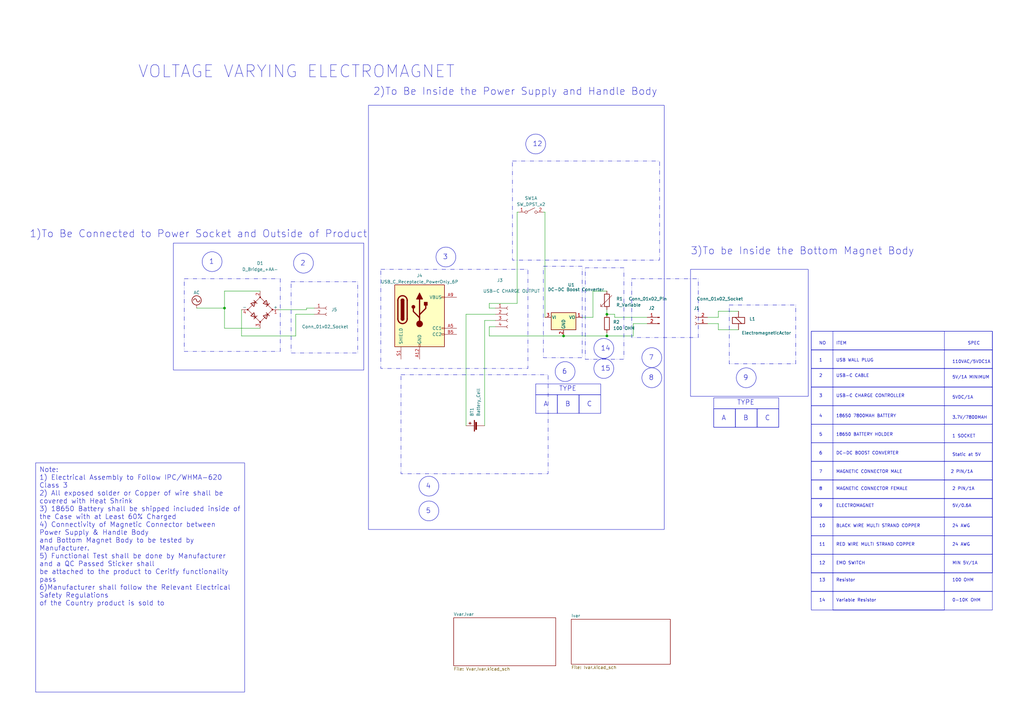
<source format=kicad_sch>
(kicad_sch (version 20230121) (generator eeschema)

  (uuid 9bffd72c-8c01-4b63-ab47-314f6b561d1c)

  (paper "A3")

  (title_block
    (title "ELECTROMAGNET")
    (date "2024-02-16")
    (rev "0")
  )

  (lib_symbols
    (symbol "Connector:Conn_01x02_Pin" (pin_names (offset 1.016) hide) (in_bom yes) (on_board yes)
      (property "Reference" "J" (at 0 2.54 0)
        (effects (font (size 1.27 1.27)))
      )
      (property "Value" "Conn_01x02_Pin" (at 0 -5.08 0)
        (effects (font (size 1.27 1.27)))
      )
      (property "Footprint" "" (at 0 0 0)
        (effects (font (size 1.27 1.27)) hide)
      )
      (property "Datasheet" "~" (at 0 0 0)
        (effects (font (size 1.27 1.27)) hide)
      )
      (property "ki_locked" "" (at 0 0 0)
        (effects (font (size 1.27 1.27)))
      )
      (property "ki_keywords" "connector" (at 0 0 0)
        (effects (font (size 1.27 1.27)) hide)
      )
      (property "ki_description" "Generic connector, single row, 01x02, script generated" (at 0 0 0)
        (effects (font (size 1.27 1.27)) hide)
      )
      (property "ki_fp_filters" "Connector*:*_1x??_*" (at 0 0 0)
        (effects (font (size 1.27 1.27)) hide)
      )
      (symbol "Conn_01x02_Pin_1_1"
        (polyline
          (pts
            (xy 1.27 -2.54)
            (xy 0.8636 -2.54)
          )
          (stroke (width 0.1524) (type default))
          (fill (type none))
        )
        (polyline
          (pts
            (xy 1.27 0)
            (xy 0.8636 0)
          )
          (stroke (width 0.1524) (type default))
          (fill (type none))
        )
        (rectangle (start 0.8636 -2.413) (end 0 -2.667)
          (stroke (width 0.1524) (type default))
          (fill (type outline))
        )
        (rectangle (start 0.8636 0.127) (end 0 -0.127)
          (stroke (width 0.1524) (type default))
          (fill (type outline))
        )
        (pin passive line (at 5.08 0 180) (length 3.81)
          (name "Pin_1" (effects (font (size 1.27 1.27))))
          (number "1" (effects (font (size 1.27 1.27))))
        )
        (pin passive line (at 5.08 -2.54 180) (length 3.81)
          (name "Pin_2" (effects (font (size 1.27 1.27))))
          (number "2" (effects (font (size 1.27 1.27))))
        )
      )
    )
    (symbol "Connector:Conn_01x02_Socket" (pin_names (offset 1.016) hide) (in_bom yes) (on_board yes)
      (property "Reference" "J" (at 0 2.54 0)
        (effects (font (size 1.27 1.27)))
      )
      (property "Value" "Conn_01x02_Socket" (at 0 -5.08 0)
        (effects (font (size 1.27 1.27)))
      )
      (property "Footprint" "" (at 0 0 0)
        (effects (font (size 1.27 1.27)) hide)
      )
      (property "Datasheet" "~" (at 0 0 0)
        (effects (font (size 1.27 1.27)) hide)
      )
      (property "ki_locked" "" (at 0 0 0)
        (effects (font (size 1.27 1.27)))
      )
      (property "ki_keywords" "connector" (at 0 0 0)
        (effects (font (size 1.27 1.27)) hide)
      )
      (property "ki_description" "Generic connector, single row, 01x02, script generated" (at 0 0 0)
        (effects (font (size 1.27 1.27)) hide)
      )
      (property "ki_fp_filters" "Connector*:*_1x??_*" (at 0 0 0)
        (effects (font (size 1.27 1.27)) hide)
      )
      (symbol "Conn_01x02_Socket_1_1"
        (arc (start 0 -2.032) (mid -0.5058 -2.54) (end 0 -3.048)
          (stroke (width 0.1524) (type default))
          (fill (type none))
        )
        (polyline
          (pts
            (xy -1.27 -2.54)
            (xy -0.508 -2.54)
          )
          (stroke (width 0.1524) (type default))
          (fill (type none))
        )
        (polyline
          (pts
            (xy -1.27 0)
            (xy -0.508 0)
          )
          (stroke (width 0.1524) (type default))
          (fill (type none))
        )
        (arc (start 0 0.508) (mid -0.5058 0) (end 0 -0.508)
          (stroke (width 0.1524) (type default))
          (fill (type none))
        )
        (pin passive line (at -5.08 0 0) (length 3.81)
          (name "Pin_1" (effects (font (size 1.27 1.27))))
          (number "1" (effects (font (size 1.27 1.27))))
        )
        (pin passive line (at -5.08 -2.54 0) (length 3.81)
          (name "Pin_2" (effects (font (size 1.27 1.27))))
          (number "2" (effects (font (size 1.27 1.27))))
        )
      )
    )
    (symbol "Connector:Conn_01x04_Socket" (pin_names (offset 1.016) hide) (in_bom yes) (on_board yes)
      (property "Reference" "J" (at 0 5.08 0)
        (effects (font (size 1.27 1.27)))
      )
      (property "Value" "Conn_01x04_Socket" (at 0 -7.62 0)
        (effects (font (size 1.27 1.27)))
      )
      (property "Footprint" "" (at 0 0 0)
        (effects (font (size 1.27 1.27)) hide)
      )
      (property "Datasheet" "~" (at 0 0 0)
        (effects (font (size 1.27 1.27)) hide)
      )
      (property "ki_locked" "" (at 0 0 0)
        (effects (font (size 1.27 1.27)))
      )
      (property "ki_keywords" "connector" (at 0 0 0)
        (effects (font (size 1.27 1.27)) hide)
      )
      (property "ki_description" "Generic connector, single row, 01x04, script generated" (at 0 0 0)
        (effects (font (size 1.27 1.27)) hide)
      )
      (property "ki_fp_filters" "Connector*:*_1x??_*" (at 0 0 0)
        (effects (font (size 1.27 1.27)) hide)
      )
      (symbol "Conn_01x04_Socket_1_1"
        (arc (start 0 -4.572) (mid -0.5058 -5.08) (end 0 -5.588)
          (stroke (width 0.1524) (type default))
          (fill (type none))
        )
        (arc (start 0 -2.032) (mid -0.5058 -2.54) (end 0 -3.048)
          (stroke (width 0.1524) (type default))
          (fill (type none))
        )
        (polyline
          (pts
            (xy -1.27 -5.08)
            (xy -0.508 -5.08)
          )
          (stroke (width 0.1524) (type default))
          (fill (type none))
        )
        (polyline
          (pts
            (xy -1.27 -2.54)
            (xy -0.508 -2.54)
          )
          (stroke (width 0.1524) (type default))
          (fill (type none))
        )
        (polyline
          (pts
            (xy -1.27 0)
            (xy -0.508 0)
          )
          (stroke (width 0.1524) (type default))
          (fill (type none))
        )
        (polyline
          (pts
            (xy -1.27 2.54)
            (xy -0.508 2.54)
          )
          (stroke (width 0.1524) (type default))
          (fill (type none))
        )
        (arc (start 0 0.508) (mid -0.5058 0) (end 0 -0.508)
          (stroke (width 0.1524) (type default))
          (fill (type none))
        )
        (arc (start 0 3.048) (mid -0.5058 2.54) (end 0 2.032)
          (stroke (width 0.1524) (type default))
          (fill (type none))
        )
        (pin passive line (at -5.08 2.54 0) (length 3.81)
          (name "Pin_1" (effects (font (size 1.27 1.27))))
          (number "1" (effects (font (size 1.27 1.27))))
        )
        (pin passive line (at -5.08 0 0) (length 3.81)
          (name "Pin_2" (effects (font (size 1.27 1.27))))
          (number "2" (effects (font (size 1.27 1.27))))
        )
        (pin passive line (at -5.08 -2.54 0) (length 3.81)
          (name "Pin_3" (effects (font (size 1.27 1.27))))
          (number "3" (effects (font (size 1.27 1.27))))
        )
        (pin passive line (at -5.08 -5.08 0) (length 3.81)
          (name "Pin_4" (effects (font (size 1.27 1.27))))
          (number "4" (effects (font (size 1.27 1.27))))
        )
      )
    )
    (symbol "Connector:USB_C_Receptacle_PowerOnly_6P" (pin_names (offset 1.016)) (in_bom yes) (on_board yes)
      (property "Reference" "J" (at 0 16.51 0)
        (effects (font (size 1.27 1.27)) (justify bottom))
      )
      (property "Value" "USB_C_Receptacle_PowerOnly_6P" (at 0 13.97 0)
        (effects (font (size 1.27 1.27)) (justify bottom))
      )
      (property "Footprint" "" (at 3.81 2.54 0)
        (effects (font (size 1.27 1.27)) hide)
      )
      (property "Datasheet" "https://www.usb.org/sites/default/files/documents/usb_type-c.zip" (at 0 0 0)
        (effects (font (size 1.27 1.27)) hide)
      )
      (property "ki_keywords" "usb universal serial bus type-C power-only charging-only 6P 6C" (at 0 0 0)
        (effects (font (size 1.27 1.27)) hide)
      )
      (property "ki_description" "USB Power-Only 6P Type-C Receptacle connector" (at 0 0 0)
        (effects (font (size 1.27 1.27)) hide)
      )
      (property "ki_fp_filters" "USB*C*Receptacle*" (at 0 0 0)
        (effects (font (size 1.27 1.27)) hide)
      )
      (symbol "USB_C_Receptacle_PowerOnly_6P_0_0"
        (rectangle (start -0.254 -12.7) (end 0.254 -11.684)
          (stroke (width 0) (type default))
          (fill (type none))
        )
        (rectangle (start 10.16 -7.366) (end 9.144 -7.874)
          (stroke (width 0) (type default))
          (fill (type none))
        )
        (rectangle (start 10.16 -4.826) (end 9.144 -5.334)
          (stroke (width 0) (type default))
          (fill (type none))
        )
        (rectangle (start 10.16 7.874) (end 9.144 7.366)
          (stroke (width 0) (type default))
          (fill (type none))
        )
      )
      (symbol "USB_C_Receptacle_PowerOnly_6P_0_1"
        (rectangle (start -10.16 12.7) (end 10.16 -12.7)
          (stroke (width 0.254) (type default))
          (fill (type background))
        )
        (arc (start -8.89 -1.27) (mid -6.985 -3.1667) (end -5.08 -1.27)
          (stroke (width 0.508) (type default))
          (fill (type none))
        )
        (arc (start -7.62 -1.27) (mid -6.985 -1.9023) (end -6.35 -1.27)
          (stroke (width 0.254) (type default))
          (fill (type none))
        )
        (arc (start -7.62 -1.27) (mid -6.985 -1.9023) (end -6.35 -1.27)
          (stroke (width 0.254) (type default))
          (fill (type outline))
        )
        (rectangle (start -7.62 -1.27) (end -6.35 6.35)
          (stroke (width 0.254) (type default))
          (fill (type outline))
        )
        (arc (start -6.35 6.35) (mid -6.985 6.9823) (end -7.62 6.35)
          (stroke (width 0.254) (type default))
          (fill (type none))
        )
        (arc (start -6.35 6.35) (mid -6.985 6.9823) (end -7.62 6.35)
          (stroke (width 0.254) (type default))
          (fill (type outline))
        )
        (arc (start -5.08 6.35) (mid -6.985 8.2467) (end -8.89 6.35)
          (stroke (width 0.508) (type default))
          (fill (type none))
        )
        (circle (center -2.54 3.683) (radius 0.635)
          (stroke (width 0.254) (type default))
          (fill (type outline))
        )
        (circle (center 0 -3.302) (radius 1.27)
          (stroke (width 0) (type default))
          (fill (type outline))
        )
        (polyline
          (pts
            (xy -8.89 -1.27)
            (xy -8.89 6.35)
          )
          (stroke (width 0.508) (type default))
          (fill (type none))
        )
        (polyline
          (pts
            (xy -5.08 6.35)
            (xy -5.08 -1.27)
          )
          (stroke (width 0.508) (type default))
          (fill (type none))
        )
        (polyline
          (pts
            (xy 0 -3.302)
            (xy 0 6.858)
          )
          (stroke (width 0.508) (type default))
          (fill (type none))
        )
        (polyline
          (pts
            (xy 0 -0.762)
            (xy -2.54 1.778)
            (xy -2.54 3.048)
          )
          (stroke (width 0.508) (type default))
          (fill (type none))
        )
        (polyline
          (pts
            (xy 0 0.508)
            (xy 2.54 3.048)
            (xy 2.54 4.318)
          )
          (stroke (width 0.508) (type default))
          (fill (type none))
        )
        (polyline
          (pts
            (xy -1.27 6.858)
            (xy 0 9.398)
            (xy 1.27 6.858)
            (xy -1.27 6.858)
          )
          (stroke (width 0.254) (type default))
          (fill (type outline))
        )
        (rectangle (start 1.905 4.318) (end 3.175 5.588)
          (stroke (width 0.254) (type default))
          (fill (type outline))
        )
      )
      (symbol "USB_C_Receptacle_PowerOnly_6P_1_1"
        (pin passive line (at 0 -17.78 90) (length 5.08)
          (name "GND" (effects (font (size 1.27 1.27))))
          (number "A12" (effects (font (size 1.27 1.27))))
        )
        (pin bidirectional line (at 15.24 -5.08 180) (length 5.08)
          (name "CC1" (effects (font (size 1.27 1.27))))
          (number "A5" (effects (font (size 1.27 1.27))))
        )
        (pin passive line (at 15.24 7.62 180) (length 5.08)
          (name "VBUS" (effects (font (size 1.27 1.27))))
          (number "A9" (effects (font (size 1.27 1.27))))
        )
        (pin passive line (at 0 -17.78 90) (length 5.08) hide
          (name "GND" (effects (font (size 1.27 1.27))))
          (number "B12" (effects (font (size 1.27 1.27))))
        )
        (pin bidirectional line (at 15.24 -7.62 180) (length 5.08)
          (name "CC2" (effects (font (size 1.27 1.27))))
          (number "B5" (effects (font (size 1.27 1.27))))
        )
        (pin passive line (at 15.24 7.62 180) (length 5.08) hide
          (name "VBUS" (effects (font (size 1.27 1.27))))
          (number "B9" (effects (font (size 1.27 1.27))))
        )
        (pin passive line (at -7.62 -17.78 90) (length 5.08)
          (name "SHIELD" (effects (font (size 1.27 1.27))))
          (number "S1" (effects (font (size 1.27 1.27))))
        )
      )
    )
    (symbol "Device:Battery_Cell" (pin_numbers hide) (pin_names (offset 0) hide) (in_bom yes) (on_board yes)
      (property "Reference" "BT" (at 2.54 2.54 0)
        (effects (font (size 1.27 1.27)) (justify left))
      )
      (property "Value" "Battery_Cell" (at 2.54 0 0)
        (effects (font (size 1.27 1.27)) (justify left))
      )
      (property "Footprint" "" (at 0 1.524 90)
        (effects (font (size 1.27 1.27)) hide)
      )
      (property "Datasheet" "~" (at 0 1.524 90)
        (effects (font (size 1.27 1.27)) hide)
      )
      (property "ki_keywords" "battery cell" (at 0 0 0)
        (effects (font (size 1.27 1.27)) hide)
      )
      (property "ki_description" "Single-cell battery" (at 0 0 0)
        (effects (font (size 1.27 1.27)) hide)
      )
      (symbol "Battery_Cell_0_1"
        (rectangle (start -2.286 1.778) (end 2.286 1.524)
          (stroke (width 0) (type default))
          (fill (type outline))
        )
        (rectangle (start -1.5748 1.1938) (end 1.4732 0.6858)
          (stroke (width 0) (type default))
          (fill (type outline))
        )
        (polyline
          (pts
            (xy 0 0.762)
            (xy 0 0)
          )
          (stroke (width 0) (type default))
          (fill (type none))
        )
        (polyline
          (pts
            (xy 0 1.778)
            (xy 0 2.54)
          )
          (stroke (width 0) (type default))
          (fill (type none))
        )
        (polyline
          (pts
            (xy 0.508 3.429)
            (xy 1.524 3.429)
          )
          (stroke (width 0.254) (type default))
          (fill (type none))
        )
        (polyline
          (pts
            (xy 1.016 3.937)
            (xy 1.016 2.921)
          )
          (stroke (width 0.254) (type default))
          (fill (type none))
        )
      )
      (symbol "Battery_Cell_1_1"
        (pin passive line (at 0 5.08 270) (length 2.54)
          (name "+" (effects (font (size 1.27 1.27))))
          (number "1" (effects (font (size 1.27 1.27))))
        )
        (pin passive line (at 0 -2.54 90) (length 2.54)
          (name "-" (effects (font (size 1.27 1.27))))
          (number "2" (effects (font (size 1.27 1.27))))
        )
      )
    )
    (symbol "Device:D_Bridge_+AA-" (pin_names (offset 0)) (in_bom yes) (on_board yes)
      (property "Reference" "D" (at 2.54 6.985 0)
        (effects (font (size 1.27 1.27)) (justify left))
      )
      (property "Value" "D_Bridge_+AA-" (at 2.54 5.08 0)
        (effects (font (size 1.27 1.27)) (justify left))
      )
      (property "Footprint" "" (at 0 0 0)
        (effects (font (size 1.27 1.27)) hide)
      )
      (property "Datasheet" "~" (at 0 0 0)
        (effects (font (size 1.27 1.27)) hide)
      )
      (property "ki_keywords" "rectifier ACDC" (at 0 0 0)
        (effects (font (size 1.27 1.27)) hide)
      )
      (property "ki_description" "Diode bridge, +ve/AC/AC/-ve" (at 0 0 0)
        (effects (font (size 1.27 1.27)) hide)
      )
      (property "ki_fp_filters" "D*Bridge* D*Rectifier*" (at 0 0 0)
        (effects (font (size 1.27 1.27)) hide)
      )
      (symbol "D_Bridge_+AA-_0_1"
        (circle (center -5.08 0) (radius 0.254)
          (stroke (width 0) (type default))
          (fill (type outline))
        )
        (circle (center 0 -5.08) (radius 0.254)
          (stroke (width 0) (type default))
          (fill (type outline))
        )
        (polyline
          (pts
            (xy -2.54 3.81)
            (xy -1.27 2.54)
          )
          (stroke (width 0.254) (type default))
          (fill (type none))
        )
        (polyline
          (pts
            (xy -1.27 -2.54)
            (xy -2.54 -3.81)
          )
          (stroke (width 0.254) (type default))
          (fill (type none))
        )
        (polyline
          (pts
            (xy 2.54 -1.27)
            (xy 3.81 -2.54)
          )
          (stroke (width 0.254) (type default))
          (fill (type none))
        )
        (polyline
          (pts
            (xy 2.54 1.27)
            (xy 3.81 2.54)
          )
          (stroke (width 0.254) (type default))
          (fill (type none))
        )
        (polyline
          (pts
            (xy -3.81 2.54)
            (xy -2.54 1.27)
            (xy -1.905 3.175)
            (xy -3.81 2.54)
          )
          (stroke (width 0.254) (type default))
          (fill (type none))
        )
        (polyline
          (pts
            (xy -2.54 -1.27)
            (xy -3.81 -2.54)
            (xy -1.905 -3.175)
            (xy -2.54 -1.27)
          )
          (stroke (width 0.254) (type default))
          (fill (type none))
        )
        (polyline
          (pts
            (xy 1.27 2.54)
            (xy 2.54 3.81)
            (xy 3.175 1.905)
            (xy 1.27 2.54)
          )
          (stroke (width 0.254) (type default))
          (fill (type none))
        )
        (polyline
          (pts
            (xy 3.175 -1.905)
            (xy 1.27 -2.54)
            (xy 2.54 -3.81)
            (xy 3.175 -1.905)
          )
          (stroke (width 0.254) (type default))
          (fill (type none))
        )
        (polyline
          (pts
            (xy -5.08 0)
            (xy 0 -5.08)
            (xy 5.08 0)
            (xy 0 5.08)
            (xy -5.08 0)
          )
          (stroke (width 0) (type default))
          (fill (type none))
        )
        (circle (center 0 5.08) (radius 0.254)
          (stroke (width 0) (type default))
          (fill (type outline))
        )
        (circle (center 5.08 0) (radius 0.254)
          (stroke (width 0) (type default))
          (fill (type outline))
        )
      )
      (symbol "D_Bridge_+AA-_1_1"
        (pin passive line (at 7.62 0 180) (length 2.54)
          (name "+" (effects (font (size 1.27 1.27))))
          (number "1" (effects (font (size 1.27 1.27))))
        )
        (pin passive line (at 0 7.62 270) (length 2.54)
          (name "~" (effects (font (size 1.27 1.27))))
          (number "2" (effects (font (size 1.27 1.27))))
        )
        (pin passive line (at 0 -7.62 90) (length 2.54)
          (name "~" (effects (font (size 1.27 1.27))))
          (number "3" (effects (font (size 1.27 1.27))))
        )
        (pin passive line (at -7.62 0 0) (length 2.54)
          (name "-" (effects (font (size 1.27 1.27))))
          (number "4" (effects (font (size 1.27 1.27))))
        )
      )
    )
    (symbol "Device:ElectromagneticActor" (pin_numbers hide) (pin_names (offset 0.0254) hide) (in_bom yes) (on_board yes)
      (property "Reference" "L" (at 1.27 3.81 0)
        (effects (font (size 1.27 1.27)) (justify left))
      )
      (property "Value" "ElectromagneticActor" (at 1.27 -1.27 0)
        (effects (font (size 1.27 1.27)) (justify left))
      )
      (property "Footprint" "" (at -0.635 2.54 90)
        (effects (font (size 1.27 1.27)) hide)
      )
      (property "Datasheet" "~" (at -0.635 2.54 90)
        (effects (font (size 1.27 1.27)) hide)
      )
      (property "ki_keywords" "electromagnet coil inductor" (at 0 0 0)
        (effects (font (size 1.27 1.27)) hide)
      )
      (property "ki_description" "Electromagnetic actor" (at 0 0 0)
        (effects (font (size 1.27 1.27)) hide)
      )
      (property "ki_fp_filters" "Inductor_* L_*" (at 0 0 0)
        (effects (font (size 1.27 1.27)) hide)
      )
      (symbol "ElectromagneticActor_0_1"
        (rectangle (start -2.54 2.54) (end 2.54 0)
          (stroke (width 0.254) (type default))
          (fill (type none))
        )
        (polyline
          (pts
            (xy -1.27 2.54)
            (xy 1.27 0)
          )
          (stroke (width 0.254) (type default))
          (fill (type none))
        )
      )
      (symbol "ElectromagneticActor_1_1"
        (pin passive line (at 0 5.08 270) (length 2.54)
          (name "-" (effects (font (size 1.27 1.27))))
          (number "1" (effects (font (size 1.27 1.27))))
        )
        (pin passive line (at 0 -2.54 90) (length 2.54)
          (name "+" (effects (font (size 1.27 1.27))))
          (number "2" (effects (font (size 1.27 1.27))))
        )
      )
    )
    (symbol "Device:R" (pin_numbers hide) (pin_names (offset 0)) (in_bom yes) (on_board yes)
      (property "Reference" "R" (at 2.032 0 90)
        (effects (font (size 1.27 1.27)))
      )
      (property "Value" "R" (at 0 0 90)
        (effects (font (size 1.27 1.27)))
      )
      (property "Footprint" "" (at -1.778 0 90)
        (effects (font (size 1.27 1.27)) hide)
      )
      (property "Datasheet" "~" (at 0 0 0)
        (effects (font (size 1.27 1.27)) hide)
      )
      (property "ki_keywords" "R res resistor" (at 0 0 0)
        (effects (font (size 1.27 1.27)) hide)
      )
      (property "ki_description" "Resistor" (at 0 0 0)
        (effects (font (size 1.27 1.27)) hide)
      )
      (property "ki_fp_filters" "R_*" (at 0 0 0)
        (effects (font (size 1.27 1.27)) hide)
      )
      (symbol "R_0_1"
        (rectangle (start -1.016 -2.54) (end 1.016 2.54)
          (stroke (width 0.254) (type default))
          (fill (type none))
        )
      )
      (symbol "R_1_1"
        (pin passive line (at 0 3.81 270) (length 1.27)
          (name "~" (effects (font (size 1.27 1.27))))
          (number "1" (effects (font (size 1.27 1.27))))
        )
        (pin passive line (at 0 -3.81 90) (length 1.27)
          (name "~" (effects (font (size 1.27 1.27))))
          (number "2" (effects (font (size 1.27 1.27))))
        )
      )
    )
    (symbol "Device:R_Variable" (pin_numbers hide) (pin_names (offset 0)) (in_bom yes) (on_board yes)
      (property "Reference" "R" (at 2.54 -2.54 90)
        (effects (font (size 1.27 1.27)) (justify left))
      )
      (property "Value" "R_Variable" (at -2.54 -1.27 90)
        (effects (font (size 1.27 1.27)) (justify left))
      )
      (property "Footprint" "" (at -1.778 0 90)
        (effects (font (size 1.27 1.27)) hide)
      )
      (property "Datasheet" "~" (at 0 0 0)
        (effects (font (size 1.27 1.27)) hide)
      )
      (property "ki_keywords" "R res resistor variable potentiometer rheostat" (at 0 0 0)
        (effects (font (size 1.27 1.27)) hide)
      )
      (property "ki_description" "Variable resistor" (at 0 0 0)
        (effects (font (size 1.27 1.27)) hide)
      )
      (property "ki_fp_filters" "R_*" (at 0 0 0)
        (effects (font (size 1.27 1.27)) hide)
      )
      (symbol "R_Variable_0_1"
        (rectangle (start -1.016 -2.54) (end 1.016 2.54)
          (stroke (width 0.254) (type default))
          (fill (type none))
        )
        (polyline
          (pts
            (xy 2.54 1.524)
            (xy 2.54 2.54)
            (xy 1.524 2.54)
            (xy 2.54 2.54)
            (xy -2.032 -2.032)
          )
          (stroke (width 0) (type default))
          (fill (type none))
        )
      )
      (symbol "R_Variable_1_1"
        (pin passive line (at 0 3.81 270) (length 1.27)
          (name "~" (effects (font (size 1.27 1.27))))
          (number "1" (effects (font (size 1.27 1.27))))
        )
        (pin passive line (at 0 -3.81 90) (length 1.27)
          (name "~" (effects (font (size 1.27 1.27))))
          (number "2" (effects (font (size 1.27 1.27))))
        )
      )
    )
    (symbol "Regulator_Linear:L78L05_TO92" (pin_names (offset 0.254)) (in_bom yes) (on_board yes)
      (property "Reference" "U" (at -3.81 3.175 0)
        (effects (font (size 1.27 1.27)))
      )
      (property "Value" "L78L05_TO92" (at 0 3.175 0)
        (effects (font (size 1.27 1.27)) (justify left))
      )
      (property "Footprint" "Package_TO_SOT_THT:TO-92_Inline" (at 0 5.715 0)
        (effects (font (size 1.27 1.27) italic) hide)
      )
      (property "Datasheet" "http://www.st.com/content/ccc/resource/technical/document/datasheet/15/55/e5/aa/23/5b/43/fd/CD00000446.pdf/files/CD00000446.pdf/jcr:content/translations/en.CD00000446.pdf" (at 0 -1.27 0)
        (effects (font (size 1.27 1.27)) hide)
      )
      (property "ki_keywords" "Voltage Regulator 100mA Positive" (at 0 0 0)
        (effects (font (size 1.27 1.27)) hide)
      )
      (property "ki_description" "Positive 100mA 30V Linear Regulator, Fixed Output 5V, TO-92" (at 0 0 0)
        (effects (font (size 1.27 1.27)) hide)
      )
      (property "ki_fp_filters" "TO?92*" (at 0 0 0)
        (effects (font (size 1.27 1.27)) hide)
      )
      (symbol "L78L05_TO92_0_1"
        (rectangle (start -5.08 -5.08) (end 5.08 1.905)
          (stroke (width 0.254) (type default))
          (fill (type background))
        )
      )
      (symbol "L78L05_TO92_1_1"
        (pin power_out line (at 7.62 0 180) (length 2.54)
          (name "VO" (effects (font (size 1.27 1.27))))
          (number "1" (effects (font (size 1.27 1.27))))
        )
        (pin power_in line (at 0 -7.62 90) (length 2.54)
          (name "GND" (effects (font (size 1.27 1.27))))
          (number "2" (effects (font (size 1.27 1.27))))
        )
        (pin power_in line (at -7.62 0 0) (length 2.54)
          (name "VI" (effects (font (size 1.27 1.27))))
          (number "3" (effects (font (size 1.27 1.27))))
        )
      )
    )
    (symbol "Switch:SW_DPST_x2" (pin_names (offset 0) hide) (in_bom yes) (on_board yes)
      (property "Reference" "SW" (at 0 3.175 0)
        (effects (font (size 1.27 1.27)))
      )
      (property "Value" "SW_DPST_x2" (at 0 -2.54 0)
        (effects (font (size 1.27 1.27)))
      )
      (property "Footprint" "" (at 0 0 0)
        (effects (font (size 1.27 1.27)) hide)
      )
      (property "Datasheet" "~" (at 0 0 0)
        (effects (font (size 1.27 1.27)) hide)
      )
      (property "ki_keywords" "switch lever" (at 0 0 0)
        (effects (font (size 1.27 1.27)) hide)
      )
      (property "ki_description" "Single Pole Single Throw (SPST) switch, separate symbol" (at 0 0 0)
        (effects (font (size 1.27 1.27)) hide)
      )
      (symbol "SW_DPST_x2_0_0"
        (circle (center -2.032 0) (radius 0.508)
          (stroke (width 0) (type default))
          (fill (type none))
        )
        (polyline
          (pts
            (xy -1.524 0.254)
            (xy 1.524 1.778)
          )
          (stroke (width 0) (type default))
          (fill (type none))
        )
        (circle (center 2.032 0) (radius 0.508)
          (stroke (width 0) (type default))
          (fill (type none))
        )
      )
      (symbol "SW_DPST_x2_1_1"
        (pin passive line (at -5.08 0 0) (length 2.54)
          (name "A" (effects (font (size 1.27 1.27))))
          (number "1" (effects (font (size 1.27 1.27))))
        )
        (pin passive line (at 5.08 0 180) (length 2.54)
          (name "B" (effects (font (size 1.27 1.27))))
          (number "2" (effects (font (size 1.27 1.27))))
        )
      )
      (symbol "SW_DPST_x2_2_1"
        (pin passive line (at -5.08 0 0) (length 2.54)
          (name "A" (effects (font (size 1.27 1.27))))
          (number "3" (effects (font (size 1.27 1.27))))
        )
        (pin passive line (at 5.08 0 180) (length 2.54)
          (name "B" (effects (font (size 1.27 1.27))))
          (number "4" (effects (font (size 1.27 1.27))))
        )
      )
    )
    (symbol "power:AC" (power) (pin_names (offset 0)) (in_bom yes) (on_board yes)
      (property "Reference" "#PWR" (at 0 -2.54 0)
        (effects (font (size 1.27 1.27)) hide)
      )
      (property "Value" "AC" (at 0 6.35 0)
        (effects (font (size 1.27 1.27)))
      )
      (property "Footprint" "" (at 0 0 0)
        (effects (font (size 1.27 1.27)) hide)
      )
      (property "Datasheet" "" (at 0 0 0)
        (effects (font (size 1.27 1.27)) hide)
      )
      (property "ki_keywords" "global power" (at 0 0 0)
        (effects (font (size 1.27 1.27)) hide)
      )
      (property "ki_description" "Power symbol creates a global label with name \"AC\"" (at 0 0 0)
        (effects (font (size 1.27 1.27)) hide)
      )
      (symbol "AC_0_1"
        (polyline
          (pts
            (xy 0 0)
            (xy 0 1.27)
          )
          (stroke (width 0) (type default))
          (fill (type none))
        )
        (arc (start 0 3.175) (mid -0.635 3.8073) (end -1.27 3.175)
          (stroke (width 0.254) (type default))
          (fill (type none))
        )
        (arc (start 0 3.175) (mid 0.635 2.5427) (end 1.27 3.175)
          (stroke (width 0.254) (type default))
          (fill (type none))
        )
        (circle (center 0 3.175) (radius 1.905)
          (stroke (width 0.254) (type default))
          (fill (type none))
        )
      )
      (symbol "AC_1_1"
        (pin power_in line (at 0 0 90) (length 0) hide
          (name "AC" (effects (font (size 1.27 1.27))))
          (number "1" (effects (font (size 1.27 1.27))))
        )
      )
    )
  )

  (junction (at 248.92 137.795) (diameter 0) (color 0 0 0 0)
    (uuid 02972b9c-6f7b-4480-9340-649b33137268)
  )
  (junction (at 231.14 137.795) (diameter 0) (color 0 0 0 0)
    (uuid 1a47d597-bc80-4ee7-8c00-13e6e9e8afa3)
  )
  (junction (at 248.92 128.905) (diameter 0) (color 0 0 0 0)
    (uuid dfe66870-be63-4ea0-9c71-c0af3c9fe716)
  )
  (junction (at 92.075 126.365) (diameter 0) (color 0 0 0 0)
    (uuid ec3997b4-32ba-4156-b8ba-feba3d8c28f5)
  )

  (wire (pts (xy 212.09 86.995) (xy 212.725 86.995))
    (stroke (width 0) (type default))
    (uuid 031b7e44-41e6-44ae-a350-3c91b0fe1f85)
  )
  (wire (pts (xy 200.66 126.365) (xy 200.66 124.46))
    (stroke (width 0) (type default))
    (uuid 0f1b02e4-823d-404e-b8ea-4de3bd45cf3f)
  )
  (wire (pts (xy 231.14 137.795) (xy 248.92 137.795))
    (stroke (width 0) (type default))
    (uuid 10543188-e9d1-4f38-a983-093e323b0f3f)
  )
  (wire (pts (xy 259.715 132.715) (xy 265.43 132.715))
    (stroke (width 0) (type default))
    (uuid 10aad0c8-1a91-4431-b8fa-20893fb5e767)
  )
  (wire (pts (xy 200.66 137.795) (xy 231.14 137.795))
    (stroke (width 0) (type default))
    (uuid 157c0eac-44bc-42f6-a8a2-614b30551b38)
  )
  (wire (pts (xy 99.06 137.795) (xy 121.285 137.795))
    (stroke (width 0) (type default))
    (uuid 18e57545-ad13-48c1-bc88-f5b6263818d6)
  )
  (wire (pts (xy 92.075 119.38) (xy 92.075 126.365))
    (stroke (width 0) (type default))
    (uuid 2176b702-eeb9-4248-823b-42c621d1dbaf)
  )
  (wire (pts (xy 302.895 127.635) (xy 294.64 127.635))
    (stroke (width 0) (type default))
    (uuid 24bc8643-46a5-47b8-8b30-5e32e95124d9)
  )
  (wire (pts (xy 265.43 130.175) (xy 252.095 130.175))
    (stroke (width 0) (type default))
    (uuid 2829b433-afb1-4ebd-b5f4-ac2344c0945c)
  )
  (wire (pts (xy 198.755 131.445) (xy 198.755 174.625))
    (stroke (width 0) (type default))
    (uuid 3c7a9f17-eb63-4c5e-9673-52c25faf8286)
  )
  (wire (pts (xy 248.92 127) (xy 248.92 128.905))
    (stroke (width 0) (type default))
    (uuid 3d2256fb-a758-4047-a5ad-2f544f5b232a)
  )
  (wire (pts (xy 248.92 119.38) (xy 243.205 119.38))
    (stroke (width 0) (type default))
    (uuid 3e724a6f-ff83-4c18-9bfd-7290c2eef102)
  )
  (wire (pts (xy 125.73 127) (xy 125.73 126.365))
    (stroke (width 0) (type default))
    (uuid 3f0207cc-8015-4966-b43c-92af75084224)
  )
  (wire (pts (xy 200.66 133.985) (xy 203.2 133.985))
    (stroke (width 0) (type default))
    (uuid 5bcfc117-b0b3-4d19-a18a-3d3c39ffa58f)
  )
  (wire (pts (xy 243.205 130.175) (xy 238.76 130.175))
    (stroke (width 0) (type default))
    (uuid 73871029-7744-4295-bcdf-a3684a569ee7)
  )
  (wire (pts (xy 223.52 86.995) (xy 222.885 86.995))
    (stroke (width 0) (type default))
    (uuid 80f51da8-3feb-43df-bc5a-fa7cec153f4a)
  )
  (wire (pts (xy 114.3 127) (xy 125.73 127))
    (stroke (width 0) (type default))
    (uuid 8678d9ef-e709-499f-ada5-9530d6e59031)
  )
  (wire (pts (xy 252.095 128.905) (xy 248.92 128.905))
    (stroke (width 0) (type default))
    (uuid 91614e88-84a3-4c3a-a591-ff831c4763e2)
  )
  (wire (pts (xy 125.73 126.365) (xy 128.905 126.365))
    (stroke (width 0) (type default))
    (uuid 92003e04-7904-465a-942a-d6ece3ab3ec0)
  )
  (wire (pts (xy 200.66 126.365) (xy 203.2 126.365))
    (stroke (width 0) (type default))
    (uuid 99a9395b-56b9-4fb7-9516-9dc11e12b445)
  )
  (wire (pts (xy 302.895 135.255) (xy 294.64 135.255))
    (stroke (width 0) (type default))
    (uuid 9ed5e904-930f-49c9-b959-6031765ccd89)
  )
  (wire (pts (xy 198.755 131.445) (xy 203.2 131.445))
    (stroke (width 0) (type default))
    (uuid a02bd78d-492f-4ce4-9fc3-57c83b1503fa)
  )
  (wire (pts (xy 92.075 134.62) (xy 106.68 134.62))
    (stroke (width 0) (type default))
    (uuid a5327248-ba2e-4856-ab70-8db395a356b4)
  )
  (wire (pts (xy 294.64 132.715) (xy 290.195 132.715))
    (stroke (width 0) (type default))
    (uuid a6471b8f-b8aa-4e82-a15d-8f8879d03a57)
  )
  (wire (pts (xy 294.64 127.635) (xy 294.64 130.175))
    (stroke (width 0) (type default))
    (uuid a724699b-a15c-4866-b560-210000f3a5a2)
  )
  (wire (pts (xy 259.715 137.795) (xy 259.715 132.715))
    (stroke (width 0) (type default))
    (uuid a7877926-8238-4b23-882e-71c1dc1cf8f3)
  )
  (wire (pts (xy 294.64 130.175) (xy 290.195 130.175))
    (stroke (width 0) (type default))
    (uuid a880bf3f-b107-4154-bac8-ea4fb9d237ee)
  )
  (wire (pts (xy 212.09 86.995) (xy 212.09 124.46))
    (stroke (width 0) (type default))
    (uuid abc5484f-573b-47e2-a8ae-8b00a4de27bf)
  )
  (wire (pts (xy 106.68 119.38) (xy 92.075 119.38))
    (stroke (width 0) (type default))
    (uuid afbbfca7-1a3d-47ca-b73e-68aedeebc044)
  )
  (wire (pts (xy 294.64 135.255) (xy 294.64 132.715))
    (stroke (width 0) (type default))
    (uuid b87e1221-9502-4da0-b8ad-b1eb97de5f50)
  )
  (wire (pts (xy 252.095 130.175) (xy 252.095 128.905))
    (stroke (width 0) (type default))
    (uuid ba64c02a-cc67-495b-9180-c3d25e80b4ff)
  )
  (wire (pts (xy 121.285 137.795) (xy 121.285 128.905))
    (stroke (width 0) (type default))
    (uuid c9e964d8-466a-4755-b3c2-85bc95ee556e)
  )
  (wire (pts (xy 80.645 126.365) (xy 92.075 126.365))
    (stroke (width 0) (type default))
    (uuid cb34e367-1ff9-4f73-a5c3-bc3029203616)
  )
  (wire (pts (xy 200.66 124.46) (xy 212.09 124.46))
    (stroke (width 0) (type default))
    (uuid d9a16e21-38f7-463f-a350-fa15acd65c28)
  )
  (wire (pts (xy 248.92 137.795) (xy 259.715 137.795))
    (stroke (width 0) (type default))
    (uuid e0eacb24-b81a-406b-b31a-2a3754517b50)
  )
  (wire (pts (xy 191.135 128.905) (xy 203.2 128.905))
    (stroke (width 0) (type default))
    (uuid e15161c0-a64a-4ba5-9978-9952f67fdea4)
  )
  (wire (pts (xy 121.285 128.905) (xy 128.905 128.905))
    (stroke (width 0) (type default))
    (uuid e19627cf-d88d-4147-80cb-082392c9b249)
  )
  (wire (pts (xy 191.135 128.905) (xy 191.135 174.625))
    (stroke (width 0) (type default))
    (uuid e29defed-4f6a-48ab-b508-d04931816784)
  )
  (wire (pts (xy 92.075 126.365) (xy 92.075 134.62))
    (stroke (width 0) (type default))
    (uuid ef56b582-8884-4330-8392-b9c75dd0370c)
  )
  (wire (pts (xy 200.66 137.795) (xy 200.66 133.985))
    (stroke (width 0) (type default))
    (uuid ef5eda65-db04-434f-bed5-8241ec9fdf63)
  )
  (wire (pts (xy 223.52 86.995) (xy 223.52 130.175))
    (stroke (width 0) (type default))
    (uuid f40d9c01-73e8-4715-ae28-280107fa635d)
  )
  (wire (pts (xy 243.205 119.38) (xy 243.205 130.175))
    (stroke (width 0) (type default))
    (uuid f4321755-3aaa-4eae-9f7f-6a7cd404aa54)
  )
  (wire (pts (xy 248.92 136.525) (xy 248.92 137.795))
    (stroke (width 0) (type default))
    (uuid f5400423-be89-4e49-9621-0e6023a0b9ba)
  )
  (wire (pts (xy 99.06 127) (xy 99.06 137.795))
    (stroke (width 0) (type default))
    (uuid f73351b1-9724-468d-97b1-9757c5f09a01)
  )

  (rectangle (start 332.74 196.85) (end 407.035 204.47)
    (stroke (width 0) (type default))
    (fill (type none))
    (uuid 0179e70b-ec93-4ec3-8ba1-8dc9fc8bf59c)
  )
  (rectangle (start 75.565 114.3) (end 114.935 144.145)
    (stroke (width 0) (type dash_dot_dot))
    (fill (type none))
    (uuid 0f2b94d7-e40a-4bc4-baac-d1b3b6649056)
  )
  (rectangle (start 332.74 242.57) (end 407.035 250.19)
    (stroke (width 0) (type default))
    (fill (type none))
    (uuid 11cbc07e-7b48-46dd-9047-f3c6607ab586)
  )
  (rectangle (start 219.71 157.48) (end 246.38 161.925)
    (stroke (width 0) (type default))
    (fill (type none))
    (uuid 1228158e-edd4-49ff-94c7-33d1687d753d)
  )
  (circle (center 219.71 59.055) (radius 4.066)
    (stroke (width 0) (type default))
    (fill (type none))
    (uuid 193974b0-076b-42d5-abbf-57149be13e71)
  )
  (circle (center 124.46 107.95) (radius 4.066)
    (stroke (width 0) (type default))
    (fill (type none))
    (uuid 1d8ca498-5307-45c1-9993-b15724d89150)
  )
  (rectangle (start 332.74 173.99) (end 407.035 181.61)
    (stroke (width 0) (type default))
    (fill (type none))
    (uuid 2b448e03-aa31-4fde-b8fd-230c57dedba5)
  )
  (rectangle (start 222.885 109.22) (end 238.76 146.685)
    (stroke (width 0) (type dash_dot_dot))
    (fill (type none))
    (uuid 2ca41bf0-b863-4b7c-9d50-ce38552050bd)
  )
  (rectangle (start 283.21 110.49) (end 331.47 162.56)
    (stroke (width 0) (type default))
    (fill (type none))
    (uuid 3497377c-c9fe-4d5b-889e-1cf0aabf9c54)
  )
  (rectangle (start 332.74 204.47) (end 407.035 212.09)
    (stroke (width 0) (type default))
    (fill (type none))
    (uuid 34ff5965-3c03-4a98-9351-3364a792feb4)
  )
  (circle (center 182.88 105.41) (radius 4.066)
    (stroke (width 0) (type default))
    (fill (type none))
    (uuid 3bbb10cc-7371-4e06-8567-18cd662fae6c)
  )
  (rectangle (start 156.21 110.49) (end 216.535 151.13)
    (stroke (width 0) (type dash_dot_dot))
    (fill (type none))
    (uuid 45fa326a-4575-4996-a53a-b5d5d4dcd609)
  )
  (rectangle (start 292.735 163.195) (end 319.405 167.64)
    (stroke (width 0) (type default))
    (fill (type none))
    (uuid 4a7bceaa-240a-47ef-974e-8b78465a358b)
  )
  (rectangle (start 299.085 125.095) (end 326.39 149.225)
    (stroke (width 0) (type dash_dot_dot))
    (fill (type none))
    (uuid 4bf77cf5-3af9-4c14-9950-ce9ed5810655)
  )
  (circle (center 247.65 142.875) (radius 4.066)
    (stroke (width 0) (type default))
    (fill (type none))
    (uuid 4c300106-5348-4423-a8b4-91e66c67e57f)
  )
  (circle (center 86.995 107.315) (radius 4.066)
    (stroke (width 0) (type default))
    (fill (type none))
    (uuid 4c61375d-cee7-4120-980f-5f0fcd3a980e)
  )
  (rectangle (start 332.74 143.51) (end 407.035 151.13)
    (stroke (width 0) (type default))
    (fill (type none))
    (uuid 6a8d5bd0-6e0c-4aa5-90ff-094253d3d858)
  )
  (rectangle (start 119.38 115.57) (end 146.685 144.78)
    (stroke (width 0) (type dash_dot_dot))
    (fill (type none))
    (uuid 6c751428-2ea6-45d2-91d1-59d82b7c925f)
  )
  (circle (center 175.895 199.39) (radius 4.066)
    (stroke (width 0) (type default))
    (fill (type none))
    (uuid 6f672f1d-e8b1-4fee-be2c-05d2aa467601)
  )
  (circle (center 306.07 154.94) (radius 4.066)
    (stroke (width 0) (type default))
    (fill (type none))
    (uuid 785f3153-3b16-4fdf-9ae3-6be89312b2f6)
  )
  (rectangle (start 332.74 227.33) (end 407.035 234.95)
    (stroke (width 0) (type default))
    (fill (type none))
    (uuid 7c292989-68ad-408e-9613-2aae59ceacfa)
  )
  (rectangle (start 332.74 135.89) (end 407.035 143.51)
    (stroke (width 0) (type default))
    (fill (type none))
    (uuid 7e023819-596a-4063-b10d-2efffeb02f1b)
  )
  (rectangle (start 210.185 66.04) (end 270.51 106.68)
    (stroke (width 0) (type dash_dot_dot))
    (fill (type none))
    (uuid 85e1f407-9240-4970-9afb-72f852d46a14)
  )
  (rectangle (start 310.515 167.64) (end 319.405 175.26)
    (stroke (width 0) (type default))
    (fill (type none))
    (uuid 86067286-c749-439f-b9e5-875f7af9170b)
  )
  (circle (center 267.335 154.94) (radius 4.066)
    (stroke (width 0) (type default))
    (fill (type none))
    (uuid 873921fc-2e47-450d-8e84-4a703e708bc3)
  )
  (rectangle (start 332.74 166.37) (end 407.035 173.99)
    (stroke (width 0) (type default))
    (fill (type none))
    (uuid 8abf52dd-9da8-45f9-a623-a7a598f4127a)
  )
  (rectangle (start 301.625 167.64) (end 310.515 175.26)
    (stroke (width 0) (type default))
    (fill (type none))
    (uuid 8c6b8c74-8f5c-4b44-a9b1-104ad572a797)
  )
  (rectangle (start 332.74 158.75) (end 407.035 166.37)
    (stroke (width 0) (type default))
    (fill (type none))
    (uuid 99b50e60-f0b3-431c-9a4a-5cf175737d08)
  )
  (rectangle (start 332.74 234.95) (end 407.035 242.57)
    (stroke (width 0) (type default))
    (fill (type none))
    (uuid 9b0761e6-2346-4740-b893-876f1e853499)
  )
  (rectangle (start 332.74 189.23) (end 407.035 196.85)
    (stroke (width 0) (type default))
    (fill (type none))
    (uuid a3e959f2-8b68-46eb-af8a-a4e0d7cd3d08)
  )
  (rectangle (start 341.63 135.89) (end 387.35 250.19)
    (stroke (width 0) (type default))
    (fill (type none))
    (uuid a6203616-04d4-457e-8a21-ca74b7ffd61b)
  )
  (circle (center 175.895 209.55) (radius 4.066)
    (stroke (width 0) (type default))
    (fill (type none))
    (uuid a84b92bc-2d11-4373-9e01-798a00a2a321)
  )
  (rectangle (start 332.74 219.71) (end 407.035 227.33)
    (stroke (width 0) (type default))
    (fill (type none))
    (uuid a8b35e03-b268-4783-8587-631cd811bd87)
  )
  (rectangle (start 332.74 151.13) (end 407.035 158.75)
    (stroke (width 0) (type default))
    (fill (type none))
    (uuid a8db703a-3e25-4542-8204-fddecaf95c80)
  )
  (rectangle (start 240.03 109.855) (end 255.905 147.32)
    (stroke (width 0) (type dash_dot_dot))
    (fill (type none))
    (uuid aa0744d2-9109-4717-bdac-3fd347685fbc)
  )
  (rectangle (start 332.74 181.61) (end 407.035 189.23)
    (stroke (width 0) (type default))
    (fill (type none))
    (uuid ab982e14-3efe-4db7-9935-51e283b16f97)
  )
  (rectangle (start 151.13 43.18) (end 272.415 217.17)
    (stroke (width 0) (type default))
    (fill (type none))
    (uuid adbed9ca-12a8-44f8-b73a-a5ee7bddbff5)
  )
  (rectangle (start 228.6 161.925) (end 237.49 169.545)
    (stroke (width 0) (type default))
    (fill (type none))
    (uuid b34be4e3-e462-4854-b6cd-04f961ddfb35)
  )
  (rectangle (start 164.465 153.67) (end 224.79 194.31)
    (stroke (width 0) (type dash_dot_dot))
    (fill (type none))
    (uuid c50d87ef-2a27-4707-b67d-02f3702d84f0)
  )
  (rectangle (start 71.12 99.695) (end 149.225 151.765)
    (stroke (width 0) (type default))
    (fill (type none))
    (uuid c735c6c7-611c-442d-b96d-7aea86da44f2)
  )
  (rectangle (start 292.735 167.64) (end 301.625 175.26)
    (stroke (width 0) (type default))
    (fill (type none))
    (uuid ce9c877f-890d-4dc1-ad09-27294a550180)
  )
  (rectangle (start 292.735 167.64) (end 319.405 175.26)
    (stroke (width 0) (type default))
    (fill (type none))
    (uuid cf444abd-6e5c-42df-9fe3-c26ea91ba846)
  )
  (circle (center 231.775 152.4) (radius 4.066)
    (stroke (width 0) (type default))
    (fill (type none))
    (uuid d942add9-6a97-4254-a20a-7830cb5c3023)
  )
  (rectangle (start 219.71 161.925) (end 228.6 169.545)
    (stroke (width 0) (type default))
    (fill (type none))
    (uuid d94f2e59-1dc6-4fcb-9198-811b807fbee3)
  )
  (circle (center 267.335 146.685) (radius 4.066)
    (stroke (width 0) (type default))
    (fill (type none))
    (uuid dfaffd66-e170-4142-96b6-516b88063e24)
  )
  (rectangle (start 332.74 135.89) (end 407.035 234.95)
    (stroke (width 0) (type default))
    (fill (type none))
    (uuid ec665f40-b1ca-46ee-85c4-6c4ae68b9f56)
  )
  (circle (center 247.65 151.13) (radius 4.066)
    (stroke (width 0) (type default))
    (fill (type none))
    (uuid f55734b7-6964-4e3c-8c1a-666d6473bca4)
  )
  (rectangle (start 332.74 212.09) (end 407.035 219.71)
    (stroke (width 0) (type default))
    (fill (type none))
    (uuid f8102e9d-d8d6-44b1-ae65-511e4718b6fe)
  )
  (rectangle (start 259.08 114.3) (end 286.385 138.43)
    (stroke (width 0) (type dash_dot_dot))
    (fill (type none))
    (uuid faf3e18f-fbb2-457f-88ef-e4eae2f00635)
  )
  (rectangle (start 237.49 161.925) (end 246.38 169.545)
    (stroke (width 0) (type default))
    (fill (type none))
    (uuid fb17ce32-5ebb-474d-ad29-fac52f544fd5)
  )

  (text_box "Note:\n1) Electrical Assembly to Follow IPC/WHMA-620 Class 3\n2) All exposed solder or Copper of wire shall be covered with Heat Shrink\n3) 18650 Battery shall be shipped included inside of the Case with at Least 60% Charged\n4) Connectivity of Magnetic Connector between Power Supply & Handle Body \nand Bottom Magnet Body to be tested by Manufacturer.\n5) Functional Test shall be done by Manufacturer and a QC Passed Sticker shall \nbe attached to the product to Ceritfy functionality pass\n6)Manufacturer shall follow the Relevant Electrical Safety Regulations\nof the Country product is sold to"
    (at 14.605 189.865 0) (size 85.725 93.98)
    (stroke (width 0) (type default))
    (fill (type none))
    (effects (font (size 2 2)) (justify left top))
    (uuid 14791f02-3bd1-40bc-85f5-0459aa440d85)
  )

  (text "C" (at 240.665 167.005 0)
    (effects (font (size 2 2)) (justify left bottom))
    (uuid 00c86d4a-5a7f-42d7-bc96-b6cc2e22baff)
  )
  (text "13" (at 335.915 238.76 0)
    (effects (font (size 1.27 1.27)) (justify left bottom))
    (uuid 0112d583-9c56-433d-bd3f-30d846a2d21e)
  )
  (text "EMO SWITCH\n" (at 342.9 231.775 0)
    (effects (font (size 1.27 1.27)) (justify left bottom))
    (uuid 04cd6d6c-7641-4bc5-8fb6-d52a9f6c67ce)
  )
  (text "3" (at 335.915 163.195 0)
    (effects (font (size 1.27 1.27)) (justify left bottom))
    (uuid 07c5308b-b43b-4d89-a028-7166c08f95e2)
  )
  (text "B\n" (at 231.775 167.005 0)
    (effects (font (size 2 2)) (justify left bottom))
    (uuid 0b1975d7-9c20-421f-89b6-c4b3b6151c58)
  )
  (text "6" (at 230.505 153.67 0)
    (effects (font (size 2 2)) (justify left bottom))
    (uuid 1022dacd-6bcc-4dd2-ab46-7ad91b6907ef)
  )
  (text "MIN 5V/1A\n" (at 390.525 231.775 0)
    (effects (font (size 1.27 1.27)) (justify left bottom))
    (uuid 13d2cb64-d513-44bf-b3ea-edf24b7a2779)
  )
  (text "Static at 5V" (at 390.525 187.325 0)
    (effects (font (size 1.27 1.27)) (justify left bottom))
    (uuid 1b62dfeb-f7aa-4015-87e7-c7099394366d)
  )
  (text "6" (at 335.915 186.69 0)
    (effects (font (size 1.27 1.27)) (justify left bottom))
    (uuid 2498dcb2-4db3-43a5-bb58-ae8b5c9d6120)
  )
  (text "14" (at 246.38 144.145 0)
    (effects (font (size 2 2)) (justify left bottom))
    (uuid 2a0947e0-3892-40cc-9c5b-0221a94930a6)
  )
  (text "USB WALL PLUG" (at 342.9 148.59 0)
    (effects (font (size 1.27 1.27)) (justify left bottom))
    (uuid 2bd82500-3ff1-46da-8033-54e6359c82bb)
  )
  (text "4" (at 335.915 171.45 0)
    (effects (font (size 1.27 1.27)) (justify left bottom))
    (uuid 2bf3ab91-a4e4-4932-854d-91cf0aa8febc)
  )
  (text "8" (at 266.065 156.21 0)
    (effects (font (size 2 2)) (justify left bottom))
    (uuid 2c657eed-82c6-4301-bfb2-35732a0a1b62)
  )
  (text "MAGNETIC CONNECTOR FEMALE" (at 342.9 201.295 0)
    (effects (font (size 1.27 1.27)) (justify left bottom))
    (uuid 2d2e7616-6ce4-446f-b823-5247ad83baa9)
  )
  (text "3.7V/7800MAH" (at 390.525 172.085 0)
    (effects (font (size 1.27 1.27)) (justify left bottom))
    (uuid 2e3c21fc-a49c-41f2-be45-b3984fedbf8d)
  )
  (text "2" (at 335.915 154.94 0)
    (effects (font (size 1.27 1.27)) (justify left bottom))
    (uuid 321e40e0-1dc6-410c-8fa7-9a45eedff9d1)
  )
  (text "1 SOCKET" (at 390.525 179.705 0)
    (effects (font (size 1.27 1.27)) (justify left bottom))
    (uuid 36040cc3-ee93-4a86-ab55-cfcdb62f1584)
  )
  (text "8" (at 335.915 201.295 0)
    (effects (font (size 1.27 1.27)) (justify left bottom))
    (uuid 386dc5ce-a89a-45e3-a47f-9f937209c808)
  )
  (text "18650 BATTERY HOLDER\n" (at 342.9 179.07 0)
    (effects (font (size 1.27 1.27)) (justify left bottom))
    (uuid 3e6bc8c5-f344-4c7d-8be5-15e61b7895d2)
  )
  (text "1" (at 85.725 108.585 0)
    (effects (font (size 2 2)) (justify left bottom))
    (uuid 3f82c1d6-9fe1-4058-a108-1cde86f9b8ca)
  )
  (text "BLACK WIRE MULTI STRAND COPPER" (at 342.9 216.535 0)
    (effects (font (size 1.27 1.27)) (justify left bottom))
    (uuid 44613924-2f19-4b0a-95b0-5973d85778dc)
  )
  (text "2)To Be Inside the Power Supply and Handle Body" (at 153.035 39.37 0)
    (effects (font (size 3 3)) (justify left bottom))
    (uuid 44ff3cfd-1f56-4730-bf06-1308f7754fb2)
  )
  (text "110VAC/5VDC1A" (at 390.525 149.225 0)
    (effects (font (size 1.27 1.27)) (justify left bottom))
    (uuid 4690ee8a-0139-4b35-bf45-4de1049b25f4)
  )
  (text "7" (at 335.915 194.31 0)
    (effects (font (size 1.27 1.27)) (justify left bottom))
    (uuid 47789f95-5f05-49e2-ad35-eda29a4d659e)
  )
  (text "NO" (at 335.915 141.605 0)
    (effects (font (size 1.27 1.27)) (justify left bottom))
    (uuid 4893764a-2266-40c1-977d-cc70f4cfd690)
  )
  (text "7" (at 266.065 147.955 0)
    (effects (font (size 2 2)) (justify left bottom))
    (uuid 58594b95-7e25-422f-a64b-feecd8cfc0b0)
  )
  (text "3" (at 181.61 106.68 0)
    (effects (font (size 2 2)) (justify left bottom))
    (uuid 5bc1529f-083f-47e1-9906-e5c8e2b497f0)
  )
  (text "24 AWG" (at 390.525 224.155 0)
    (effects (font (size 1.27 1.27)) (justify left bottom))
    (uuid 5ed20fde-41c5-4546-b127-1da5e6401329)
  )
  (text "2\n" (at 123.19 109.22 0)
    (effects (font (size 2 2)) (justify left bottom))
    (uuid 6190d7c9-99a7-4f90-b737-38a344acc391)
  )
  (text "5VDC/1A " (at 390.525 163.83 0)
    (effects (font (size 1.27 1.27)) (justify left bottom))
    (uuid 61a4a187-9f31-4b4a-816e-2150f2ce5d63)
  )
  (text "A\n" (at 295.91 172.72 0)
    (effects (font (size 2 2)) (justify left bottom))
    (uuid 6208b676-2433-4f09-a7f1-a3afb8776bdb)
  )
  (text "Variable Resistor" (at 342.9 247.015 0)
    (effects (font (size 1.27 1.27)) (justify left bottom))
    (uuid 64346d3a-e1c5-4148-8d2f-c6faeb2dd288)
  )
  (text "USB-C CHARGE CONTROLLER\n" (at 342.9 163.195 0)
    (effects (font (size 1.27 1.27)) (justify left bottom))
    (uuid 6947f8b6-216c-46bd-9db0-90643e873e7f)
  )
  (text "B\n" (at 304.8 172.72 0)
    (effects (font (size 2 2)) (justify left bottom))
    (uuid 6c96011d-ff17-4978-9ed0-110a34b5b43a)
  )
  (text "3)To be Inside the Bottom Magnet Body" (at 283.21 104.775 0)
    (effects (font (size 3 3)) (justify left bottom))
    (uuid 6f63d899-a9a2-49eb-ac6a-0ca2b15e0aec)
  )
  (text "TYPE" (at 229.235 160.655 0)
    (effects (font (size 2 2)) (justify left bottom))
    (uuid 757e3bfc-a468-44ca-9621-d8d59674c39d)
  )
  (text "12" (at 335.915 231.775 0)
    (effects (font (size 1.27 1.27)) (justify left bottom))
    (uuid 76c230ad-dc46-4222-ad59-4c607ae5a7ca)
  )
  (text "TYPE" (at 302.26 166.37 0)
    (effects (font (size 2 2)) (justify left bottom))
    (uuid 77c4c081-3423-4318-b1ca-616a81af724f)
  )
  (text "5" (at 335.915 179.07 0)
    (effects (font (size 1.27 1.27)) (justify left bottom))
    (uuid 7b5535e1-506c-4fb6-97f3-5707c53b1227)
  )
  (text "DC-DC BOOST CONVERTER" (at 342.9 186.69 0)
    (effects (font (size 1.27 1.27)) (justify left bottom))
    (uuid 7c07b392-08f7-4b9c-93a5-aed4197b4f83)
  )
  (text "1)To Be Connected to Power Socket and Outside of Product"
    (at 12.065 97.79 0)
    (effects (font (size 3 3)) (justify left bottom))
    (uuid 806c1a7a-e79a-4e93-bfa0-411f9123f681)
  )
  (text "ITEM\n" (at 342.9 141.605 0)
    (effects (font (size 1.27 1.27)) (justify left bottom))
    (uuid 857c313b-5b01-4f36-ae2a-23423e984bce)
  )
  (text "A\n" (at 222.885 167.005 0)
    (effects (font (size 2 2)) (justify left bottom))
    (uuid 9522bd3f-608e-4a36-bd7e-0d0aaca55afb)
  )
  (text "9" (at 335.915 208.28 0)
    (effects (font (size 1.27 1.27)) (justify left bottom))
    (uuid 982c9e5d-4661-4975-9efe-9b38532a96af)
  )
  (text "24 AWG" (at 390.525 216.535 0)
    (effects (font (size 1.27 1.27)) (justify left bottom))
    (uuid 98b9494a-19e0-4533-ab90-270405ab02aa)
  )
  (text "12" (at 218.44 60.325 0)
    (effects (font (size 2 2)) (justify left bottom))
    (uuid 9deec1cf-e28d-4bd5-b461-c6b764277256)
  )
  (text "0-10K OHM" (at 390.525 247.015 0)
    (effects (font (size 1.27 1.27)) (justify left bottom))
    (uuid 9e5000fb-b250-441c-b23b-fc16274737e7)
  )
  (text "MAGNETIC CONNECTOR MALE" (at 342.9 194.31 0)
    (effects (font (size 1.27 1.27)) (justify left bottom))
    (uuid a037a6a6-16e0-49a7-b068-ec6476aa4dc2)
  )
  (text "10\n" (at 335.915 216.535 0)
    (effects (font (size 1.27 1.27)) (justify left bottom))
    (uuid a44be7e6-427b-43a7-9b42-4ec3d5495ba4)
  )
  (text "1" (at 335.915 148.59 0)
    (effects (font (size 1.27 1.27)) (justify left bottom))
    (uuid aebacdad-4642-4729-a3ef-b17d93dfea97)
  )
  (text "Resistor\n" (at 342.9 238.76 0)
    (effects (font (size 1.27 1.27)) (justify left bottom))
    (uuid b177a6ee-1f64-407a-ab6d-d913a2a4d62a)
  )
  (text "VOLTAGE VARYING ELECTROMAGNET\n" (at 56.515 32.385 0)
    (effects (font (size 5 5)) (justify left bottom))
    (uuid b738f33a-7ea8-43fc-a2f9-6a04a6fffc25)
  )
  (text "RED WIRE MULTI STRAND COPPER" (at 342.9 224.155 0)
    (effects (font (size 1.27 1.27)) (justify left bottom))
    (uuid b7792780-e239-434d-af08-2647f5abd803)
  )
  (text "2 PIN/1A " (at 389.89 194.31 0)
    (effects (font (size 1.27 1.27)) (justify left bottom))
    (uuid b9fe4d24-c15b-4282-b718-7cd12b250852)
  )
  (text "ELECTROMAGNET" (at 342.9 208.28 0)
    (effects (font (size 1.27 1.27)) (justify left bottom))
    (uuid c762fd86-a154-44f3-8b17-b44c2ac5ca4e)
  )
  (text "SPEC" (at 396.875 141.605 0)
    (effects (font (size 1.27 1.27)) (justify left bottom))
    (uuid c96d0389-4939-446a-935d-1406dccc4be4)
  )
  (text "USB-C CABLE" (at 342.9 154.94 0)
    (effects (font (size 1.27 1.27)) (justify left bottom))
    (uuid cb0060a3-08fc-45e3-9324-bae3f0dd2522)
  )
  (text "5" (at 174.625 210.82 0)
    (effects (font (size 2 2)) (justify left bottom))
    (uuid cd129657-241c-43ff-9005-dffa706c7a81)
  )
  (text "15" (at 246.38 152.4 0)
    (effects (font (size 2 2)) (justify left bottom))
    (uuid ce7fbe96-bee2-408e-8c27-97d713e11c70)
  )
  (text "18650 7800MAH BATTERY" (at 342.9 171.45 0)
    (effects (font (size 1.27 1.27)) (justify left bottom))
    (uuid cf18dce6-51f1-43c7-b313-fc16129e62c4)
  )
  (text "4\n" (at 174.625 200.66 0)
    (effects (font (size 2 2)) (justify left bottom))
    (uuid d590e07c-20bd-4af6-8c64-800f6fbcce6c)
  )
  (text "5V/0.6A" (at 390.525 208.28 0)
    (effects (font (size 1.27 1.27)) (justify left bottom))
    (uuid e9f84595-0585-45d6-bbc0-bb7fcdbbda5e)
  )
  (text "2 PIN/1A " (at 390.525 201.295 0)
    (effects (font (size 1.27 1.27)) (justify left bottom))
    (uuid ea096e62-3ef3-43d1-b69e-f5cf497bd9d8)
  )
  (text "9" (at 304.8 156.21 0)
    (effects (font (size 2 2)) (justify left bottom))
    (uuid edd238ed-53c8-4019-9256-40ab0e82e184)
  )
  (text "C" (at 313.69 172.72 0)
    (effects (font (size 2 2)) (justify left bottom))
    (uuid ef7790b1-7ca8-46ff-9396-a6d1523db4e6)
  )
  (text "5V/1A MINIMUM" (at 390.525 155.575 0)
    (effects (font (size 1.27 1.27)) (justify left bottom))
    (uuid f3db978a-072a-4ba0-bb96-6712808d9b10)
  )
  (text "11" (at 335.915 224.155 0)
    (effects (font (size 1.27 1.27)) (justify left bottom))
    (uuid f6ee4a9f-ed6b-499b-a423-61ee794df9eb)
  )
  (text "100 OHM" (at 390.525 238.76 0)
    (effects (font (size 1.27 1.27)) (justify left bottom))
    (uuid f7695264-fffc-45fc-9ec5-ed4673fcddcd)
  )
  (text "14" (at 335.915 247.015 0)
    (effects (font (size 1.27 1.27)) (justify left bottom))
    (uuid fa978d2d-486f-48f0-9b23-56eada6cb8d7)
  )

  (symbol (lib_id "Connector:Conn_01x04_Socket") (at 208.28 128.905 0) (unit 1)
    (in_bom yes) (on_board yes) (dnp no)
    (uuid 01cf57cb-016d-4980-a7de-4dfb97e09fcd)
    (property "Reference" "J3" (at 203.835 114.935 0)
      (effects (font (size 1.27 1.27)) (justify left))
    )
    (property "Value" "USB-C CHARGE OUTPUT" (at 198.12 119.38 0)
      (effects (font (size 1.27 1.27)) (justify left))
    )
    (property "Footprint" "" (at 208.28 128.905 0)
      (effects (font (size 1.27 1.27)) hide)
    )
    (property "Datasheet" "~" (at 208.28 128.905 0)
      (effects (font (size 1.27 1.27)) hide)
    )
    (pin "1" (uuid 5f3032bc-6015-4670-8a3c-49be0e48aeb8))
    (pin "2" (uuid f3b66665-8fa5-4f69-8917-a610bd2a9d39))
    (pin "3" (uuid e9ee20b5-8d2a-47d1-be28-42f9f401a2ad))
    (pin "4" (uuid 5bafc576-ca9d-4d0b-8034-8ac38c7deb05))
    (instances
      (project "ElectroMagnet"
        (path "/9bffd72c-8c01-4b63-ab47-314f6b561d1c"
          (reference "J3") (unit 1)
        )
      )
    )
  )

  (symbol (lib_id "Connector:Conn_01x02_Socket") (at 133.985 126.365 0) (unit 1)
    (in_bom yes) (on_board yes) (dnp no)
    (uuid 1abee77f-8fe1-452b-a940-0dca36ed8576)
    (property "Reference" "J5" (at 135.89 127 0)
      (effects (font (size 1.27 1.27)) (justify left))
    )
    (property "Value" "Conn_01x02_Socket" (at 123.825 133.985 0)
      (effects (font (size 1.27 1.27)) (justify left))
    )
    (property "Footprint" "" (at 133.985 126.365 0)
      (effects (font (size 1.27 1.27)) hide)
    )
    (property "Datasheet" "~" (at 133.985 126.365 0)
      (effects (font (size 1.27 1.27)) hide)
    )
    (pin "1" (uuid 34d7031c-e55c-4645-847a-e8ba085d46c9))
    (pin "2" (uuid f280e545-7367-442c-bdbb-6b8757f400d7))
    (instances
      (project "ElectroMagnet"
        (path "/9bffd72c-8c01-4b63-ab47-314f6b561d1c"
          (reference "J5") (unit 1)
        )
      )
    )
  )

  (symbol (lib_id "Device:Battery_Cell") (at 196.215 174.625 90) (unit 1)
    (in_bom yes) (on_board yes) (dnp no)
    (uuid 1b6a4f41-9d4a-4ba2-8611-406d8dd8992e)
    (property "Reference" "BT1" (at 193.548 170.815 0)
      (effects (font (size 1.27 1.27)) (justify left))
    )
    (property "Value" "Battery_Cell" (at 196.215 170.815 0)
      (effects (font (size 1.27 1.27)) (justify left))
    )
    (property "Footprint" "" (at 194.691 174.625 90)
      (effects (font (size 1.27 1.27)) hide)
    )
    (property "Datasheet" "~" (at 194.691 174.625 90)
      (effects (font (size 1.27 1.27)) hide)
    )
    (pin "1" (uuid 36787b80-f847-4940-9fd7-a438aa132f9f))
    (pin "2" (uuid 3757075a-9b5a-4aaf-a43d-5413c4b2c1c5))
    (instances
      (project "ElectroMagnet"
        (path "/9bffd72c-8c01-4b63-ab47-314f6b561d1c"
          (reference "BT1") (unit 1)
        )
      )
    )
  )

  (symbol (lib_id "Device:R") (at 248.92 132.715 0) (unit 1)
    (in_bom yes) (on_board yes) (dnp no) (fields_autoplaced)
    (uuid 1d5ba869-bb4d-4a32-8943-1921e1f3d31b)
    (property "Reference" "R2" (at 251.46 132.08 0)
      (effects (font (size 1.27 1.27)) (justify left))
    )
    (property "Value" "100 OHM" (at 251.46 134.62 0)
      (effects (font (size 1.27 1.27)) (justify left))
    )
    (property "Footprint" "" (at 247.142 132.715 90)
      (effects (font (size 1.27 1.27)) hide)
    )
    (property "Datasheet" "~" (at 248.92 132.715 0)
      (effects (font (size 1.27 1.27)) hide)
    )
    (pin "1" (uuid 706a5a6d-3ba1-4314-a216-5773663e58fd))
    (pin "2" (uuid 8596f34f-1cb3-4212-8f25-79a1774f8732))
    (instances
      (project "ElectroMagnet"
        (path "/9bffd72c-8c01-4b63-ab47-314f6b561d1c"
          (reference "R2") (unit 1)
        )
      )
    )
  )

  (symbol (lib_id "Switch:SW_DPST_x2") (at 217.805 86.995 0) (unit 1)
    (in_bom yes) (on_board yes) (dnp no) (fields_autoplaced)
    (uuid 26d652c4-266e-4752-870d-11447187cbab)
    (property "Reference" "SW1" (at 217.805 81.28 0)
      (effects (font (size 1.27 1.27)))
    )
    (property "Value" "SW_DPST_x2" (at 217.805 83.82 0)
      (effects (font (size 1.27 1.27)))
    )
    (property "Footprint" "" (at 217.805 86.995 0)
      (effects (font (size 1.27 1.27)) hide)
    )
    (property "Datasheet" "~" (at 217.805 86.995 0)
      (effects (font (size 1.27 1.27)) hide)
    )
    (pin "1" (uuid 2da312f0-11e4-48e4-a178-4a4b4e86bbe8))
    (pin "2" (uuid c341827b-fe03-4329-a84f-be453f78541c))
    (pin "3" (uuid eba23a83-3360-430c-9fe8-19fd7beee322))
    (pin "4" (uuid 35066baf-f05b-4b1b-b0f9-3b15be44cef8))
    (instances
      (project "ElectroMagnet"
        (path "/9bffd72c-8c01-4b63-ab47-314f6b561d1c"
          (reference "SW1") (unit 1)
        )
      )
    )
  )

  (symbol (lib_id "Connector:Conn_01x02_Pin") (at 270.51 130.175 0) (mirror y) (unit 1)
    (in_bom yes) (on_board yes) (dnp no)
    (uuid 327c1a05-4ed5-45b0-bc07-adfbe172d0b7)
    (property "Reference" "J2" (at 266.065 126.365 0)
      (effects (font (size 1.27 1.27)) (justify right))
    )
    (property "Value" "Conn_01x02_Pin" (at 257.81 122.555 0)
      (effects (font (size 1.27 1.27)) (justify right))
    )
    (property "Footprint" "" (at 270.51 130.175 0)
      (effects (font (size 1.27 1.27)) hide)
    )
    (property "Datasheet" "~" (at 270.51 130.175 0)
      (effects (font (size 1.27 1.27)) hide)
    )
    (pin "1" (uuid f3066e7e-f6ea-47fd-bda6-7c5e0282021e))
    (pin "2" (uuid 2a564b55-862d-4c4a-90de-7223b64cab75))
    (instances
      (project "ElectroMagnet"
        (path "/9bffd72c-8c01-4b63-ab47-314f6b561d1c"
          (reference "J2") (unit 1)
        )
      )
    )
  )

  (symbol (lib_id "Device:ElectromagneticActor") (at 302.895 132.715 0) (unit 1)
    (in_bom yes) (on_board yes) (dnp no)
    (uuid 53f338c6-3f26-455f-a76b-38b9e95ab062)
    (property "Reference" "L1" (at 307.34 130.81 0)
      (effects (font (size 1.27 1.27)) (justify left))
    )
    (property "Value" "ElectromagneticActor" (at 304.165 136.525 0)
      (effects (font (size 1.27 1.27)) (justify left))
    )
    (property "Footprint" "" (at 302.26 130.175 90)
      (effects (font (size 1.27 1.27)) hide)
    )
    (property "Datasheet" "~" (at 302.26 130.175 90)
      (effects (font (size 1.27 1.27)) hide)
    )
    (pin "1" (uuid 977f52b6-f385-42e3-a3af-4b14de25c4d6))
    (pin "2" (uuid 8baa4836-d010-4110-91f8-e5fbf297d320))
    (instances
      (project "ElectroMagnet"
        (path "/9bffd72c-8c01-4b63-ab47-314f6b561d1c"
          (reference "L1") (unit 1)
        )
      )
    )
  )

  (symbol (lib_id "power:AC") (at 80.645 126.365 0) (unit 1)
    (in_bom yes) (on_board yes) (dnp no) (fields_autoplaced)
    (uuid 706a08cf-c10e-4eb6-bb09-93c74fee3ec4)
    (property "Reference" "#PWR01" (at 80.645 128.905 0)
      (effects (font (size 1.27 1.27)) hide)
    )
    (property "Value" "AC" (at 80.645 120.015 0)
      (effects (font (size 1.27 1.27)))
    )
    (property "Footprint" "" (at 80.645 126.365 0)
      (effects (font (size 1.27 1.27)) hide)
    )
    (property "Datasheet" "" (at 80.645 126.365 0)
      (effects (font (size 1.27 1.27)) hide)
    )
    (pin "1" (uuid 5b508dd0-5dd1-475a-8814-a12f404c1d2d))
    (instances
      (project "ElectroMagnet"
        (path "/9bffd72c-8c01-4b63-ab47-314f6b561d1c"
          (reference "#PWR01") (unit 1)
        )
      )
    )
  )

  (symbol (lib_id "Regulator_Linear:L78L05_TO92") (at 231.14 130.175 0) (unit 1)
    (in_bom yes) (on_board yes) (dnp no)
    (uuid 79653a0e-f351-46c1-8618-915940b7109e)
    (property "Reference" "U1" (at 234.315 116.84 0)
      (effects (font (size 1.27 1.27)))
    )
    (property "Value" "DC-DC Boost Converter" (at 236.22 118.745 0)
      (effects (font (size 1.27 1.27)))
    )
    (property "Footprint" "Package_TO_SOT_THT:TO-92_Inline" (at 231.14 124.46 0)
      (effects (font (size 1.27 1.27) italic) hide)
    )
    (property "Datasheet" "http://www.st.com/content/ccc/resource/technical/document/datasheet/15/55/e5/aa/23/5b/43/fd/CD00000446.pdf/files/CD00000446.pdf/jcr:content/translations/en.CD00000446.pdf" (at 231.14 131.445 0)
      (effects (font (size 1.27 1.27)) hide)
    )
    (pin "1" (uuid b0a66f00-1bcf-492b-af36-cb5376fa096d))
    (pin "2" (uuid b3416d8a-a094-44d4-a0af-46a5e171c522))
    (pin "3" (uuid f017274f-9fd3-46e3-a9ad-d349ecf69267))
    (instances
      (project "ElectroMagnet"
        (path "/9bffd72c-8c01-4b63-ab47-314f6b561d1c"
          (reference "U1") (unit 1)
        )
      )
    )
  )

  (symbol (lib_id "Device:R_Variable") (at 248.92 123.19 180) (unit 1)
    (in_bom yes) (on_board yes) (dnp no) (fields_autoplaced)
    (uuid 7a16451c-9cb1-4631-ac46-6ceba4273b72)
    (property "Reference" "R1" (at 252.73 122.555 0)
      (effects (font (size 1.27 1.27)) (justify right))
    )
    (property "Value" "R_Variable" (at 252.73 125.095 0)
      (effects (font (size 1.27 1.27)) (justify right))
    )
    (property "Footprint" "" (at 250.698 123.19 90)
      (effects (font (size 1.27 1.27)) hide)
    )
    (property "Datasheet" "~" (at 248.92 123.19 0)
      (effects (font (size 1.27 1.27)) hide)
    )
    (pin "1" (uuid 5185220c-6373-4521-9842-bd02f3d8e98b))
    (pin "2" (uuid fe9bc9d7-66d0-4fe4-9c30-96811a000ae1))
    (instances
      (project "ElectroMagnet"
        (path "/9bffd72c-8c01-4b63-ab47-314f6b561d1c"
          (reference "R1") (unit 1)
        )
      )
    )
  )

  (symbol (lib_id "Connector:USB_C_Receptacle_PowerOnly_6P") (at 172.085 129.54 0) (unit 1)
    (in_bom yes) (on_board yes) (dnp no) (fields_autoplaced)
    (uuid 99746332-4459-4a7b-8f62-894231248b52)
    (property "Reference" "J4" (at 172.085 113.03 0)
      (effects (font (size 1.27 1.27)))
    )
    (property "Value" "USB_C_Receptacle_PowerOnly_6P" (at 172.085 115.57 0)
      (effects (font (size 1.27 1.27)))
    )
    (property "Footprint" "" (at 175.895 127 0)
      (effects (font (size 1.27 1.27)) hide)
    )
    (property "Datasheet" "https://www.usb.org/sites/default/files/documents/usb_type-c.zip" (at 172.085 129.54 0)
      (effects (font (size 1.27 1.27)) hide)
    )
    (pin "A12" (uuid 90b0b9b5-6199-42dd-8a0c-cd818a1e7d82))
    (pin "A5" (uuid d17b850b-320c-4347-82e4-14f22143949f))
    (pin "A9" (uuid 96fb1320-3519-499b-8cb0-dd1ffdc86ff1))
    (pin "B12" (uuid 4f99de76-e0a5-4567-8ea4-cff84d2530cd))
    (pin "B5" (uuid 060e8f5a-8178-4e6d-b5d6-ce980d54ce7b))
    (pin "B9" (uuid 9c1350b5-e238-45f8-a8e8-8c7b8b494138))
    (pin "S1" (uuid 90ddeea1-e195-4ae4-906e-a4ee15482307))
    (instances
      (project "ElectroMagnet"
        (path "/9bffd72c-8c01-4b63-ab47-314f6b561d1c"
          (reference "J4") (unit 1)
        )
      )
    )
  )

  (symbol (lib_id "Device:D_Bridge_+AA-") (at 106.68 127 0) (unit 1)
    (in_bom yes) (on_board yes) (dnp no)
    (uuid b6405597-b4aa-4f0a-a5b2-574bc8e947ab)
    (property "Reference" "D1" (at 106.68 107.95 0)
      (effects (font (size 1.27 1.27)))
    )
    (property "Value" "D_Bridge_+AA-" (at 106.68 110.49 0)
      (effects (font (size 1.27 1.27)))
    )
    (property "Footprint" "" (at 106.68 127 0)
      (effects (font (size 1.27 1.27)) hide)
    )
    (property "Datasheet" "~" (at 106.68 127 0)
      (effects (font (size 1.27 1.27)) hide)
    )
    (pin "1" (uuid af9dae89-d0fc-4d87-b7f3-91a5392fe1e8))
    (pin "2" (uuid 3a5b4c4b-d896-42dc-8be1-570b4e564f24))
    (pin "3" (uuid b32dc5ae-9fa4-4aab-b487-c1af89327470))
    (pin "4" (uuid 5af26122-58b2-456a-928f-e0c4525477b1))
    (instances
      (project "ElectroMagnet"
        (path "/9bffd72c-8c01-4b63-ab47-314f6b561d1c"
          (reference "D1") (unit 1)
        )
      )
    )
  )

  (symbol (lib_id "Connector:Conn_01x02_Socket") (at 285.115 132.715 180) (unit 1)
    (in_bom yes) (on_board yes) (dnp no)
    (uuid c36491a9-5292-432e-ac04-da48b3e5aeac)
    (property "Reference" "J1" (at 285.75 126.365 0)
      (effects (font (size 1.27 1.27)))
    )
    (property "Value" "Conn_01x02_Socket" (at 295.275 122.555 0)
      (effects (font (size 1.27 1.27)))
    )
    (property "Footprint" "" (at 285.115 132.715 0)
      (effects (font (size 1.27 1.27)) hide)
    )
    (property "Datasheet" "~" (at 285.115 132.715 0)
      (effects (font (size 1.27 1.27)) hide)
    )
    (pin "1" (uuid d1619c87-3ba6-4f5f-b815-de55183c53b6))
    (pin "2" (uuid 9f5788ac-c431-4199-95ee-c337498eecb2))
    (instances
      (project "ElectroMagnet"
        (path "/9bffd72c-8c01-4b63-ab47-314f6b561d1c"
          (reference "J1") (unit 1)
        )
      )
    )
  )

  (sheet (at 186.055 253.365) (size 41.91 19.685) (fields_autoplaced)
    (stroke (width 0.1524) (type solid))
    (fill (color 0 0 0 0.0000))
    (uuid 1c8fc911-686d-493b-b118-2a01b3e007b5)
    (property "Sheetname" "Vvar,Ivar" (at 186.055 252.6534 0)
      (effects (font (size 1.27 1.27)) (justify left bottom))
    )
    (property "Sheetfile" "Vvar,Ivar.kicad_sch" (at 186.055 273.6346 0)
      (effects (font (size 1.27 1.27)) (justify left top))
    )
    (instances
      (project "ElectroMagnet"
        (path "/9bffd72c-8c01-4b63-ab47-314f6b561d1c" (page "3"))
      )
    )
  )

  (sheet (at 234.315 254) (size 40.64 18.415) (fields_autoplaced)
    (stroke (width 0.1524) (type solid))
    (fill (color 0 0 0 0.0000))
    (uuid 3a04196a-9298-43f8-8c16-f86232523615)
    (property "Sheetname" "Ivar" (at 234.315 253.2884 0)
      (effects (font (size 1.27 1.27)) (justify left bottom))
    )
    (property "Sheetfile" "Ivar.kicad_sch" (at 234.315 272.9996 0)
      (effects (font (size 1.27 1.27)) (justify left top))
    )
    (instances
      (project "ElectroMagnet"
        (path "/9bffd72c-8c01-4b63-ab47-314f6b561d1c" (page "2"))
      )
    )
  )

  (sheet_instances
    (path "/" (page "1"))
  )
)

</source>
